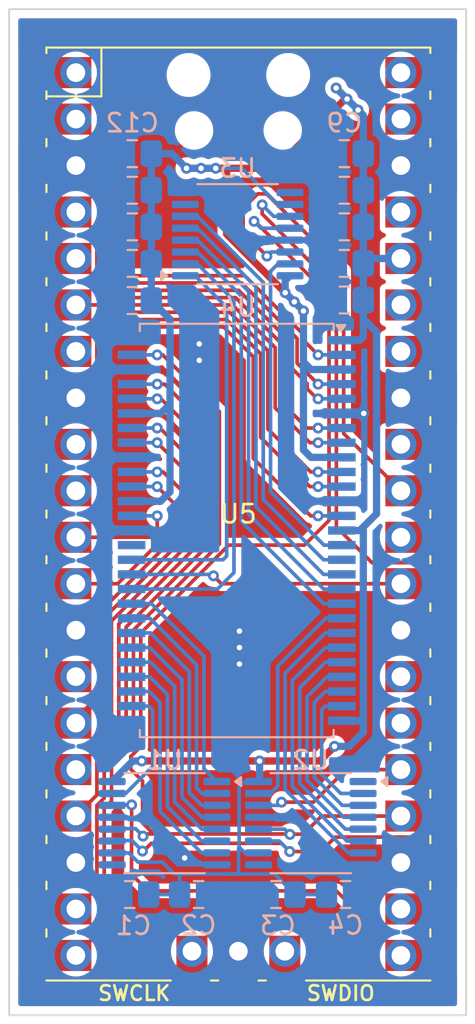
<source format=kicad_pcb>
(kicad_pcb (version 20240108) (generator "pcbnew") (generator_version "8.0")
  (layers (0 "F.Cu" signal) (31 "B.Cu" signal) (34 "B.Paste" user) (35 "F.Paste" user) (36 "B.SilkS" user "B.Silkscreen") (37 "F.SilkS" user "F.Silkscreen") (38 "B.Mask" user) (39 "F.Mask" user) (44 "Edge.Cuts" user))
  (net 0 "")
  (net 1 "+3V3")
  (net 2 "GND")
  (net 4 "/SRCLK")
  (net 5 "/RCLK")
  (net 6 "/SER1")
  (net 7 "/SER2")
  (net 8 "/SER3")
  (net 9 "Net-(U1-QA)")
  (net 10 "Net-(U1-QF)")
  (net 11 "Net-(U1-QD)")
  (net 12 "Net-(U1-QC)")
  (net 13 "Net-(U1-QG)")
  (net 14 "Net-(U1-QH)")
  (net 15 "Net-(U1-QB)")
  (net 17 "Net-(U1-QE)")
  (net 18 "Net-(U2-QF)")
  (net 19 "Net-(U2-QC)")
  (net 20 "Net-(U2-QE)")
  (net 21 "Net-(U2-QA)")
  (net 22 "Net-(U2-QD)")
  (net 24 "Net-(U2-QH)")
  (net 25 "Net-(U2-QG)")
  (net 28 "Net-(U3-QA)")
  (net 29 "Net-(U3-QB)")
  (net 30 "Net-(U3-QF)")
  (net 31 "Net-(U3-QD)")
  (net 32 "Net-(U3-QC)")
  (net 33 "Net-(U3-QG)")
  (net 34 "Net-(U3-QE)")
  (net 35 "Net-(U4-DQ0)")
  (net 36 "Net-(U4-DQ11)")
  (net 37 "Net-(U4-DQ7)")
  (net 39 "Net-(U4-DQ3)")
  (net 40 "Net-(U4-DQ5)")
  (net 41 "Net-(U4-DQ1)")
  (net 42 "Net-(U4-DQ4)")
  (net 43 "Net-(U4-DQ15)")
  (net 44 "Net-(U4-DQ9)")
  (net 45 "Net-(U4-DQ8)")
  (net 46 "Net-(U4-DQ6)")
  (net 47 "Net-(U4-DQ10)")
  (net 48 "Net-(U4-DQ2)")
  (net 49 "Net-(U4-DQ14)")
  (net 50 "Net-(U4-CLK)")
  (net 51 "Net-(U4-DQ13)")
  (net 52 "Net-(U4-DQ12)")
  (footprint "MCU_RaspberryPi_and_Boards:RPi_Pico_SMD_TH" (layer "F.Cu") (at -3.96 12.1)
    (property "Reference" "U5")
    (property "Value" "Pico")
  )
  (footprint "Capacitor_SMD:C_0805_2012Metric_Pad1.18x1.45mm_HandSolder" (layer "B.Cu") (at -6.1375 32.9)
    (property "Reference" "C2")
    (property "Value" "100n")
  )
  (footprint "Package_SO:TSSOP-16_4.4x5mm_P0.65mm" (layer "B.Cu") (at 0 29 180)
    (property "Reference" "U2")
    (property "Value" "74HC595")
  )
  (footprint "Package_SO:TSOP-II-54_22.2x10.16mm_P0.8mm" (layer "B.Cu") (at -4.05 13 180)
    (property "Reference" "U4")
    (property "Value" "MT48LC16M16A2P")
  )
  (footprint "Capacitor_SMD:C_0805_2012Metric_Pad1.18x1.45mm_HandSolder" (layer "B.Cu") (at 1.8375 -3.6 180)
    (property "Reference" "C7" (hide yes))
    (property "Value" "100n")
  )
  (footprint "Capacitor_SMD:C_0805_2012Metric_Pad1.18x1.45mm_HandSolder" (layer "B.Cu") (at -9.7625 -7.6 180)
    (property "Reference" "C12")
    (property "Value" "100n")
  )
  (footprint "Capacitor_SMD:C_0805_2012Metric_Pad1.18x1.45mm_HandSolder" (layer "B.Cu") (at 1.8375 -5.6 180)
    (property "Reference" "C8" (hide yes))
    (property "Value" "100n")
  )
  (footprint "Capacitor_SMD:C_0805_2012Metric_Pad1.18x1.45mm_HandSolder" (layer "B.Cu") (at 1.8375 -1.6 180)
    (property "Reference" "C6" (hide yes))
    (property "Value" "100n")
  )
  (footprint "Capacitor_SMD:C_0805_2012Metric_Pad1.18x1.45mm_HandSolder" (layer "B.Cu") (at -9.9 32.9 180)
    (property "Reference" "C1")
    (property "Value" "100n")
  )
  (footprint "Capacitor_SMD:C_0805_2012Metric_Pad1.18x1.45mm_HandSolder" (layer "B.Cu") (at -1.9 32.9 180)
    (property "Reference" "C3")
    (property "Value" "2.2u")
  )
  (footprint "Capacitor_SMD:C_0805_2012Metric_Pad1.18x1.45mm_HandSolder" (layer "B.Cu") (at -9.7625 0.43 180)
    (property "Reference" "C10" (hide yes))
    (property "Value" "100n")
  )
  (footprint "Package_SO:TSSOP-16_4.4x5mm_P0.65mm" (layer "B.Cu") (at -8 29 180)
    (property "Reference" "U1")
    (property "Value" "74HC595")
  )
  (footprint "Package_SO:TSSOP-16_4.4x5mm_P0.65mm" (layer "B.Cu") (at -4 -3.2)
    (property "Reference" "U3")
    (property "Value" "74HC595")
  )
  (footprint "Capacitor_SMD:C_0805_2012Metric_Pad1.18x1.45mm_HandSolder" (layer "B.Cu") (at -9.7625 -5.6 180)
    (property "Reference" "C13" (hide yes))
    (property "Value" "100n")
  )
  (footprint "Capacitor_SMD:C_0805_2012Metric_Pad1.18x1.45mm_HandSolder" (layer "B.Cu") (at 1.9 32.9)
    (property "Reference" "C4")
    (property "Value" "100n")
  )
  (footprint "Capacitor_SMD:C_0805_2012Metric_Pad1.18x1.45mm_HandSolder" (layer "B.Cu") (at -9.7625 -3.6 180)
    (property "Reference" "C14" (hide yes))
    (property "Value" "2.2u")
  )
  (footprint "Capacitor_SMD:C_0805_2012Metric_Pad1.18x1.45mm_HandSolder" (layer "B.Cu") (at -9.7625 -1.6 180)
    (property "Reference" "C11" (hide yes))
    (property "Value" "100n")
  )
  (footprint "Capacitor_SMD:C_0805_2012Metric_Pad1.18x1.45mm_HandSolder" (layer "B.Cu") (at 1.8375 0.4 180)
    (property "Reference" "C5" (hide yes))
    (property "Value" "2.2u")
  )
  (footprint "Capacitor_SMD:C_0805_2012Metric_Pad1.18x1.45mm_HandSolder" (layer "B.Cu") (at 1.8375 -7.6 180)
    (property "Reference" "C9")
    (property "Value" "100n")
  )
  (gr_rect (start -16.5 -15.5) (end 8.5 39.5) (stroke (width 0.1)) (fill none) (layer "Edge.Cuts"))
  (segment (start -5.2 -6.8) (end -4.6 -6.8) (width 0.4) (layer "F.Cu") (net 1))
  (segment (start -4.6 -3.2) (end -1.4 0) (width 0.4) (layer "F.Cu") (net 1))
  (segment (start 0.5 25.6) (end -2.8 25.6) (width 0.4) (layer "F.Cu") (net 1))
  (segment (start -5.2 -6.8) (end -1.907944 -6.8) (width 0.4) (layer "F.Cu") (net 1))
  (segment (start -1.907944 -6.8) (end 1.87915 -10.587094) (width 0.4) (layer "F.Cu") (net 1))
  (segment (start -9.245 25.6) (end -2.8 25.6) (width 0.4) (layer "F.Cu") (net 1))
  (segment (start 2.587094 -9.987094) (end 1.387094 -11.187094) (width 0.4) (layer "F.Cu") (net 1))
  (segment (start 1.87915 -10.587094) (end 1.987094 -10.587094) (width 0.4) (layer "F.Cu") (net 1))
  (segment (start -6.8 -6.8) (end -5.2 -6.8) (width 0.4) (layer "F.Cu") (net 1))
  (segment (start -4.6 -6.8) (end -4.6 -3.2) (width 0.4) (layer "F.Cu") (net 1))
  (segment (start 1.3 24.8) (end 0.5 25.6) (width 0.4) (layer "F.Cu") (net 1))
  (segment (start -1.4 0) (end -0.9 0.5) (width 0.4) (layer "F.Cu") (net 1))
  (segment (start -0.9 0.5) (end -0.4 1) (width 0.4) (layer "F.Cu") (net 1))
  (via (at -6.8 -6.8) (size 0.6) (drill 0.3) (layers "F.Cu" "B.Cu") (net 1))
  (via (at -1.4 0) (size 0.6) (drill 0.3) (layers "F.Cu" "B.Cu") (net 1))
  (via (at -5.2 -6.8) (size 0.6) (drill 0.3) (layers "F.Cu" "B.Cu") (net 1))
  (via (at 1.987094 -10.587094) (size 0.6) (drill 0.3) (layers "F.Cu" "B.Cu") (net 1))
  (via (at -0.9 0.5) (size 0.6) (drill 0.3) (layers "F.Cu" "B.Cu") (net 1))
  (via (at 1.3 24.8) (size 0.6) (drill 0.3) (layers "F.Cu" "B.Cu") (net 1))
  (via (at -6 -6.8) (size 0.6) (drill 0.3) (layers "F.Cu" "B.Cu") (net 1))
  (via (at 1.387094 -11.187094) (size 0.6) (drill 0.3) (layers "F.Cu" "B.Cu") (net 1))
  (via (at 2.587094 -9.987094) (size 0.6) (drill 0.3) (layers "F.Cu" "B.Cu") (net 1))
  (via (at -9.245 25.6) (size 0.6) (drill 0.3) (layers "F.Cu" "B.Cu") (net 1))
  (via (at -0.4 1) (size 0.6) (drill 0.3) (layers "F.Cu" "B.Cu") (net 1))
  (via (at -2.8 25.6) (size 0.6) (drill 0.3) (layers "F.Cu" "B.Cu") (net 1))
  (segment (start 0.01005 4.2) (end 1.7 4.2) (width 0.4) (layer "B.Cu") (net 1))
  (segment (start -1.4 0) (end -1.4 -0.6625) (width 0.4) (layer "B.Cu") (net 1))
  (segment (start 2.675 2.6) (end 1.7 2.6) (width 0.4) (layer "B.Cu") (net 1))
  (segment (start -7.7 10.88995) (end -8.21005 11.4) (width 0.4) (layer "B.Cu") (net 1))
  (segment (start -9.454045 31.125) (end -8.125 31.125) (width 0.2) (layer "B.Cu") (net 1))
  (segment (start 2.875 23.209) (end 2.684 23.4) (width 0.4) (layer "B.Cu") (net 1))
  (segment (start -1.9875 31.775) (end -4.7 31.775) (width 0.2) (layer "B.Cu") (net 1))
  (segment (start -1.4 -0.6625) (end -1.1375 -0.925) (width 0.4) (layer "B.Cu") (net 1))
  (segment (start 2.684 13) (end 1.7 13) (width 0.4) (layer "B.Cu") (net 1))
  (segment (start -7.1 31.775) (end -3.95 31.775) (width 0.2) (layer "B.Cu") (net 1))
  (segment (start -1.1375 -4.825) (end -1.793456 -4.825) (width 0.2) (layer "B.Cu") (net 1))
  (segment (start -2.8625 30.625) (end -3.599999 30.625) (width 0.2) (layer "B.Cu") (net 1))
  (segment (start -6.8 -6.8) (end -7.6 -7.6) (width 0.4) (layer "B.Cu") (net 1))
  (segment (start 2.875 2.4) (end 2.675 2.6) (width 0.4) (layer "B.Cu") (net 1))
  (segment (start -3.918456 30.306543) (end -3.9 30.324999) (width 0.2) (layer "B.Cu") (net 1))
  (segment (start -1.4 0) (end -0.4 1) (width 0.4) (layer "B.Cu") (net 1))
  (segment (start 2.684 23.4) (end 1.7 23.4) (width 0.4) (layer "B.Cu") (net 1))
  (segment (start -8.21005 11.4) (end -9.8 11.4) (width 0.4) (layer "B.Cu") (net 1))
  (segment (start -7.7 6.08995) (end -7.7 10.88995) (width 0.4) (layer "B.Cu") (net 1))
  (segment (start -7.6 -7.6) (end -8.725 -7.6) (width 0.4) (layer "B.Cu") (net 1))
  (segment (start -0.4 3.78995) (end 0.01005 4.2) (width 0.4) (layer "B.Cu") (net 1))
  (segment (start 2.875 1.425) (end 3.6 2.15) (width 0.4) (layer "B.Cu") (net 1))
  (segment (start -0.4 3.78995) (end -0.4 8.58995) (width 0.4) (layer "B.Cu") (net 1))
  (segment (start -7.175 31.85) (end -7.1 31.775) (width 0.2) (layer "B.Cu") (net 1))
  (segment (start 2.875 24.025) (end 2.875 23.209) (width 0.4) (layer "B.Cu") (net 1))
  (segment (start 4.93 -1.87) (end 3.145 -1.87) (width 0.4) (layer "B.Cu") (net 1))
  (segment (start -8.21005 6.6) (end -9.8 6.6) (width 0.4) (layer "B.Cu") (net 1))
  (segment (start 3.6 2.15) (end 3.6 12.084) (width 0.4) (layer "B.Cu") (net 1))
  (segment (start -9.245 25.6) (end -9.7375 25.6) (width 0.4) (layer "B.Cu") (net 1))
  (segment (start -2.8 26.6625) (end -2.8625 26.725) (width 0.4) (layer "B.Cu") (net 1))
  (segment (start -3.768456 -6.8) (end -5.2 -6.8) (width 0.2) (layer "B.Cu") (net 1))
  (segment (start -9.954045 30.625) (end -9.454045 31.125) (width 0.2) (layer "B.Cu") (net 1))
  (segment (start -3.95 31.775) (end -3.95 30.374999) (width 0.2) (layer "B.Cu") (net 1))
  (segment (start -1.793456 -4.825) (end -3.768456 -6.8) (width 0.2) (layer "B.Cu") (net 1))
  (segment (start -7.175 32.9) (end -8.8625 32.9) (width 0.2) (layer "B.Cu") (net 1))
  (segment (start -3.599999 26.725) (end -3.918456 27.043457) (width 0.2) (layer "B.Cu") (net 1))
  (segment (start -8.125 31.125) (end -7.475 31.775) (width 0.2) (layer "B.Cu") (net 1))
  (segment (start 1.3 24.8) (end 2.1 24.8) (width 0.4) (layer "B.Cu") (net 1))
  (segment (start 2.1 24.8) (end 2.875 24.025) (width 0.4) (layer "B.Cu") (net 1))
  (segment (start -10.8625 30.625) (end -9.954045 30.625) (width 0.2) (layer "B.Cu") (net 1))
  (segment (start 2.875 -9.699188) (end 2.587094 -9.987094) (width 0.4) (layer "B.Cu") (net 1))
  (segment (start -0.8625 32.9) (end -1.9875 31.775) (width 0.2) (layer "B.Cu") (net 1))
  (segment (start -6 -6.8) (end -5.2 -6.8) (width 0.4) (layer "B.Cu") (net 1))
  (segment (start 3.6 12.084) (end 2.875 12.809) (width 0.4) (layer "B.Cu") (net 1))
  (segment (start -3.95 30.374999) (end -3.9 30.324999) (width 0.2) (layer "B.Cu") (net 1))
  (segment (start 2.875 12.809) (end 2.875 23.209) (width 0.4) (layer "B.Cu") (net 1))
  (segment (start 2.587094 -9.987094) (end 1.987094 -10.587094) (width 0.4) (layer "B.Cu") (net 1))
  (segment (start -7.7 6.08995) (end -8.21005 6.6) (width 0.4) (layer "B.Cu") (net 1))
  (segment (start 2.875 1.425) (end 2.875 2.4) (width 0.4) (layer "B.Cu") (net 1))
  (segment (start 0.01005 9) (end 1.7 9) (width 0.4) (layer "B.Cu") (net 1))
  (segment (start -0.4 1) (end -0.4 3.78995) (width 0.4) (layer "B.Cu") (net 1))
  (segment (start -0.8625 32.9) (end 0.8625 32.9) (width 0.2) (layer "B.Cu") (net 1))
  (segment (start -9.7375 25.6) (end -10.8625 26.725) (width 0.4) (layer "B.Cu") (net 1))
  (segment (start 2.875 12.809) (end 2.684 13) (width 0.4) (layer "B.Cu") (net 1))
  (segment (start 1.987094 -10.587094) (end 1.387094 -11.187094) (width 0.4) (layer "B.Cu") (net 1))
  (segment (start 2.875 0.4) (end 2.875 -7.6) (width 0.4) (layer "B.Cu") (net 1))
  (segment (start -7.7 1.455) (end -7.7 6.08995) (width 0.4) (layer "B.Cu") (net 1))
  (segment (start -3.918456 27.043457) (end -3.918456 30.306543) (width 0.2) (layer "B.Cu") (net 1))
  (segment (start -3.599999 30.625) (end -3.9 30.324999) (width 0.2) (layer "B.Cu") (net 1))
  (segment (start -6.8 -6.8) (end -6 -6.8) (width 0.4) (layer "B.Cu") (net 1))
  (segment (start 2.875 -7.6) (end 2.875 -9.699188) (width 0.4) (layer "B.Cu") (net 1))
  (segment (start -2.8 25.6) (end -2.8 26.6625) (width 0.4) (layer "B.Cu") (net 1))
  (segment (start 3.145 -1.87) (end 2.875 -1.6) (width 0.4) (layer "B.Cu") (net 1))
  (segment (start -0.4 8.58995) (end 0.01005 9) (width 0.4) (layer "B.Cu") (net 1))
  (segment (start -8.725 0.43) (end -7.7 1.455) (width 0.4) (layer "B.Cu") (net 1))
  (segment (start -7.475 31.775) (end -7.1 31.775) (width 0.2) (layer "B.Cu") (net 1))
  (segment (start -8.725 0.43) (end -8.725 -7.6) (width 0.4) (layer "B.Cu") (net 1))
  (segment (start -2.8625 26.725) (end -3.599999 26.725) (width 0.2) (layer "B.Cu") (net 1))
  (segment (start -7.175 32.9) (end -7.175 31.85) (width 0.2) (layer "B.Cu") (net 1))
  (segment (start 2.875 0.4) (end 2.875 1.425) (width 0.4) (layer "B.Cu") (net 1))
  (via (at -3.9 20.3) (size 0.6) (drill 0.3) (layers "F.Cu" "B.Cu") (net 2))
  (via (at -6.9 30.9) (size 0.6) (drill 0.3) (layers "F.Cu" "B.Cu") (net 2))
  (via (at -6.1 3.7) (size 0.6) (drill 0.3) (layers "F.Cu" "B.Cu") (net 2))
  (via (at -6.1 2.8) (size 0.6) (drill 0.3) (layers "F.Cu" "B.Cu") (net 2))
  (via (at -3.9 19.4) (size 0.6) (drill 0.3) (layers "F.Cu" "B.Cu") (net 2))
  (via (at 2.9 6.6) (size 0.6) (drill 0.3) (layers "F.Cu" "B.Cu") (net 2))
  (via (at -3.9 18.5) (size 0.6) (drill 0.3) (layers "F.Cu" "B.Cu") (net 2))
  (segment (start -1.1375 -2.875) (end -0.481544 -2.875) (width 0.2) (layer "B.Cu") (net 2))
  (segment (start -2.8625 28.675) (end -3.518456 28.675) (width 0.2) (layer "B.Cu") (net 2))
  (segment (start 4.93 20.99) (end 7.87 20.99) (width 0.2) (layer "F.Cu") (net 4))
  (segment (start 1.4 12.81) (end 3.35 14.76) (width 0.2) (layer "F.Cu") (net 4))
  (segment (start -2.658493 -4.307022) (end 1.4 -0.248529) (width 0.2) (layer "F.Cu") (net 4))
  (segment (start 7.88 14.76) (end 7.88 21) (width 0.2) (layer "F.Cu") (net 4))
  (segment (start 7.88 29.76) (end 7.88 21) (width 0.2) (layer "F.Cu") (net 4))
  (segment (start 0.55 30.55) (end 1.34 29.76) (width 0.2) (layer "F.Cu") (net 4))
  (segment (start 1.4 -0.248529) (end 1.4 12.81) (width 0.2) (layer "F.Cu") (net 4))
  (segment (start -1.15 30.55) (end 0.55 30.55) (width 0.2) (layer "F.Cu") (net 4))
  (segment (start 3.35 14.76) (end 7.88 14.76) (width 0.2) (layer "F.Cu") (net 4))
  (segment (start -9.143492 30.525) (end -9.205516 30.525) (width 0.2) (layer "F.Cu") (net 4))
  (segment (start 7.87 20.99) (end 7.88 21) (width 0.2) (layer "F.Cu") (net 4))
  (segment (start -1.15 30.55) (end -1.6 30.1) (width 0.2) (layer "F.Cu") (net 4))
  (segment (start -8.718492 30.1) (end -9.143492 30.525) (width 0.2) (layer "F.Cu") (net 4))
  (segment (start -2.658493 -4.8) (end -2.658493 -4.307022) (width 0.2) (layer "F.Cu") (net 4))
  (segment (start 1.34 29.76) (end 7.88 29.76) (width 0.2) (layer "F.Cu") (net 4))
  (segment (start -1.6 30.1) (end -8.718492 30.1) (width 0.2) (layer "F.Cu") (net 4))
  (via (at -2.658493 -4.8) (size 0.6) (drill 0.3) (layers "F.Cu" "B.Cu") (net 4))
  (via (at -1.15 30.55) (size 0.6) (drill 0.3) (layers "F.Cu" "B.Cu") (net 4))
  (via (at -9.205516 30.525) (size 0.6) (drill 0.3) (layers "F.Cu" "B.Cu") (net 4))
  (segment (start -1.725 29.975) (end -2.8625 29.975) (width 0.2) (layer "B.Cu") (net 4))
  (segment (start -2.033493 -4.175) (end -1.1375 -4.175) (width 0.2) (layer "B.Cu") (net 4))
  (segment (start -1.15 30.55) (end -1.725 29.975) (width 0.2) (layer "B.Cu") (net 4))
  (segment (start -9.205516 30.525) (end -9.780516 29.95) (width 0.2) (layer "B.Cu") (net 4))
  (segment (start -9.780516 29.95) (end -10.918016 29.95) (width 0.2) (layer "B.Cu") (net 4))
  (segment (start -2.658493 -4.8) (end -2.033493 -4.175) (width 0.2) (layer "B.Cu") (net 4))
  (segment (start 1 12.448529) (end -0.351471 13.8) (width 0.2) (layer "F.Cu") (net 5))
  (segment (start -9.3 18.60833) (end -9.3 24.806471) (width 0.2) (layer "F.Cu") (net 5))
  (segment (start -0.4 29.6) (end -1.124265 29.6) (width 0.2) (layer "F.Cu") (net 5))
  (segment (start -9.2 28.988602) (end -8.605516 29.583086) (width 0.2) (layer "F.Cu") (net 5))
  (segment (start -9.3 24.806471) (end -9.845 25.351471) (width 0.2) (layer "F.Cu") (net 5))
  (segment (start -3.052894 -3.901423) (end 1 0.151471) (width 0.2) (layer "F.Cu") (net 5))
  (segment (start 0.59 28.61) (end -0.4 29.6) (width 0.2) (layer "F.Cu") (net 5))
  (segment (start 4.93 28.61) (end 0.59 28.61) (width 0.2) (layer "F.Cu") (net 5))
  (segment (start 1 0.151471) (end 1 12.448529) (width 0.2) (layer "F.Cu") (net 5))
  (segment (start -9.2 26.7) (end -9.2 28.988602) (width 0.2) (layer "F.Cu") (net 5))
  (segment (start -9.845 26.055) (end -9.2 26.7) (width 0.2) (layer "F.Cu") (net 5))
  (segment (start -9.174504 29.707483) (end -9.055623 29.588602) (width 0.2) (layer "F.Cu") (net 5))
  (segment (start -9.845 25.351471) (end -9.845 26.055) (width 0.2) (layer "F.Cu") (net 5))
  (segment (start -0.351471 13.8) (end -4.49167 13.8) (width 0.2) (layer "F.Cu") (net 5))
  (segment (start -9.055623 29.588602) (end -1.162867 29.588602) (width 0.2) (layer "F.Cu") (net 5))
  (segment (start -1.162867 29.588602) (end -1.137867 29.613602) (width 0.2) (layer "F.Cu") (net 5))
  (segment (start -4.49167 13.8) (end -9.3 18.60833) (width 0.2) (layer "F.Cu") (net 5))
  (segment (start -3.100635 -3.901423) (end -3.052894 -3.901423) (width 0.2) (layer "F.Cu") (net 5))
  (segment (start -1.124265 29.6) (end -1.137867 29.613602) (width 0.2) (layer "F.Cu") (net 5))
  (via (at -1.137867 29.613602) (size 0.6) (drill 0.3) (layers "F.Cu" "B.Cu") (net 5))
  (via (at -3.100635 -3.901423) (size 0.6) (drill 0.3) (layers "F.Cu" "B.Cu") (net 5))
  (via (at -9.174504 29.707483) (size 0.6) (drill 0.3) (layers "F.Cu" "B.Cu") (net 5))
  (segment (start -1.426469 29.325) (end -2.8625 29.325) (width 0.2) (layer "B.Cu") (net 5))
  (segment (start -1.137867 29.613602) (end -1.426469 29.325) (width 0.2) (layer "B.Cu") (net 5))
  (segment (start -3.100635 -3.901423) (end -2.724212 -3.525) (width 0.2) (layer "B.Cu") (net 5))
  (segment (start -9.581987 29.3) (end -10.918016 29.3) (width 0.2) (layer "B.Cu") (net 5))
  (segment (start -9.174504 29.707483) (end -9.581987 29.3) (width 0.2) (layer "B.Cu") (net 5))
  (segment (start -2.724212 -3.525) (end -1.1375 -3.525) (width 0.2) (layer "B.Cu") (net 5))
  (segment (start -9.8 28) (end -9.8 29.48445) (width 0.2) (layer "F.Cu") (net 6))
  (segment (start -9.805516 31.794484) (end -8.9 32.7) (width 0.2) (layer "F.Cu") (net 6))
  (segment (start 1.4 32.7) (end 4.93 36.23) (width 0.2) (layer "F.Cu") (net 6))
  (segment (start -9.8 29.48445) (end -9.805516 29.489966) (width 0.2) (layer "F.Cu") (net 6))
  (segment (start -8.9 32.7) (end 1.4 32.7) (width 0.2) (layer "F.Cu") (net 6))
  (segment (start -9.805516 29.489966) (end -9.805516 31.794484) (width 0.2) (layer "F.Cu") (net 6))
  (via (at -9.8 28) (size 0.6) (drill 0.3) (layers "F.Cu" "B.Cu") (net 6))
  (segment (start -9.8 28) (end -10.918016 28) (width 0.2) (layer "B.Cu") (net 6))
  (segment (start 0.15 27.85) (end 1.93 26.07) (width 0.2) (layer "F.Cu") (net 7))
  (segment (start -1.6 27.85) (end 0.15 27.85) (width 0.2) (layer "F.Cu") (net 7))
  (segment (start 1.93 26.07) (end 4.93 26.07) (width 0.2) (layer "F.Cu") (net 7))
  (via (at -1.6 27.85) (size 0.6) (drill 0.3) (layers "F.Cu" "B.Cu") (net 7))
  (segment (start -1.775 28.025) (end -2.8625 28.025) (width 0.2) (layer "B.Cu") (net 7))
  (segment (start -1.6 27.85) (end -1.775 28.025) (width 0.2) (layer "B.Cu") (net 7))
  (segment (start -2.907022 -5.4) (end -2.409964 -5.4) (width 0.2) (layer "F.Cu") (net 8))
  (segment (start -2.4 -2) (end -3.700635 -3.300635) (width 0.2) (layer "F.Cu") (net 8))
  (segment (start -3.700635 -3.300635) (end -3.700635 -4.606387) (width 0.2) (layer "F.Cu") (net 8))
  (segment (start -2.409964 -5.4) (end 1.8 -1.190036) (width 0.2) (layer "F.Cu") (net 8))
  (segment (start 1.8 -1.190036) (end 1.8 7.7) (width 0.2) (layer "F.Cu") (net 8))
  (segment (start 1.8 7.7) (end 4.93 10.83) (width 0.2) (layer "F.Cu") (net 8))
  (segment (start -3.700635 -4.606387) (end -2.907022 -5.4) (width 0.2) (layer "F.Cu") (net 8))
  (via (at -2.4 -2) (size 0.6) (drill 0.3) (layers "F.Cu" "B.Cu") (net 8))
  (segment (start -2.4 -2) (end -2.175 -2.225) (width 0.2) (layer "B.Cu") (net 8))
  (segment (start -2.175 -2.225) (end -1.1375 -2.225) (width 0.2) (layer "B.Cu") (net 8))
  (segment (start -8.645 22.8115) (end -8.645 25.893529) (width 0.2) (layer "B.Cu") (net 9))
  (segment (start -8.645 25.893529) (end -10.126471 27.375) (width 0.2) (layer "B.Cu") (net 9))
  (segment (start -8.645 22.8115) (end -8.8565 22.6) (width 0.2) (layer "B.Cu") (net 9))
  (segment (start -10.126471 27.375) (end -10.8625 27.375) (width 0.2) (layer "B.Cu") (net 9))
  (segment (start -8.8565 22.6) (end -9.7 22.6) (width 0.2) (layer "B.Cu") (net 9))
  (segment (start -5.962084 29.325) (end -5.1375 29.325) (width 0.2) (layer "B.Cu") (net 10))
  (segment (start -8.763817 20.2) (end -7.445 21.518817) (width 0.2) (layer "B.Cu") (net 10))
  (segment (start -7.445 21.518817) (end -7.445 27.842084) (width 0.2) (layer "B.Cu") (net 10))
  (segment (start -7.445 27.842084) (end -5.962084 29.325) (width 0.2) (layer "B.Cu") (net 10))
  (segment (start -9.7 20.2) (end -8.763817 20.2) (width 0.2) (layer "B.Cu") (net 10))
  (segment (start -8.76377 18.6) (end -9.7 18.6) (width 0.2) (layer "B.Cu") (net 11))
  (segment (start -5.959313 28.025) (end -6.645 27.339313) (width 0.2) (layer "B.Cu") (net 11))
  (segment (start -5.1375 28.025) (end -5.959313 28.025) (width 0.2) (layer "B.Cu") (net 11))
  (segment (start -6.645 20.71877) (end -8.76377 18.6) (width 0.2) (layer "B.Cu") (net 11))
  (segment (start -6.645 27.339313) (end -6.645 20.71877) (width 0.2) (layer "B.Cu") (net 11))
  (segment (start -6.245 20.355) (end -8.8 17.8) (width 0.2) (layer "B.Cu") (net 12))
  (segment (start -6.245 27.08) (end -6.245 20.355) (width 0.2) (layer "B.Cu") (net 12))
  (segment (start -8.8 17.8) (end -9.7 17.8) (width 0.2) (layer "B.Cu") (net 12))
  (segment (start -5.1375 27.375) (end -5.95 27.375) (width 0.2) (layer "B.Cu") (net 12))
  (segment (start -5.95 27.375) (end -6.245 27.08) (width 0.2) (layer "B.Cu") (net 12))
  (segment (start -5.1375 29.975) (end -5.963193 29.975) (width 0.2) (layer "B.Cu") (net 13))
  (segment (start -7.845 21.955) (end -8.8 21) (width 0.2) (layer "B.Cu") (net 13))
  (segment (start -8.8 21) (end -9.7 21) (width 0.2) (layer "B.Cu") (net 13))
  (segment (start -5.963193 29.975) (end -7.845 28.093193) (width 0.2) (layer "B.Cu") (net 13))
  (segment (start -7.845 28.093193) (end -7.845 21.955) (width 0.2) (layer "B.Cu") (net 13))
  (segment (start -8.245 28.355) (end -8.245 22.4) (width 0.2) (layer "B.Cu") (net 14))
  (segment (start -8.245 22.4) (end -8.845 21.8) (width 0.2) (layer "B.Cu") (net 14))
  (segment (start -8.845 21.8) (end -9.7 21.8) (width 0.2) (layer "B.Cu") (net 14))
  (segment (start -5.975 30.625) (end -8.245 28.355) (width 0.2) (layer "B.Cu") (net 14))
  (segment (start -5.1375 30.625) (end -5.975 30.625) (width 0.2) (layer "B.Cu") (net 14))
  (segment (start -5.1375 26.725) (end -5.845 26.0175) (width 0.2) (layer "B.Cu") (net 15))
  (segment (start -5.845 19.873355) (end -8.718355 17) (width 0.2) (layer "B.Cu") (net 15))
  (segment (start -8.718355 17) (end -9.7 17) (width 0.2) (layer "B.Cu") (net 15))
  (segment (start -5.845 26.0175) (end -5.845 19.873355) (width 0.2) (layer "B.Cu") (net 15))
  (segment (start -7.045 27.58) (end -7.045 21.154065) (width 0.2) (layer "B.Cu") (net 17))
  (segment (start -5.1375 28.675) (end -5.95 28.675) (width 0.2) (layer "B.Cu") (net 17))
  (segment (start -8.799065 19.4) (end -9.7 19.4) (width 0.2) (layer "B.Cu") (net 17))
  (segment (start -7.045 21.154065) (end -8.799065 19.4) (width 0.2) (layer "B.Cu") (net 17))
  (segment (start -5.95 28.675) (end -7.045 27.58) (width 0.2) (layer "B.Cu") (net 17))
  (segment (start 1.8929 29.325) (end -0.604924 26.827176) (width 0.2) (layer "B.Cu") (net 18))
  (segment (start -0.604924 26.827176) (end -0.604924 21.599924) (width 0.2) (layer "B.Cu") (net 18))
  (segment (start 0.795 20.2) (end 1.75 20.2) (width 0.2) (layer "B.Cu") (net 18))
  (segment (start -0.604924 21.599924) (end 0.795 20.2) (width 0.2) (layer "B.Cu") (net 18))
  (segment (start 2.8625 29.325) (end 1.8929 29.325) (width 0.2) (layer "B.Cu") (net 18))
  (segment (start 0.595076 26.330118) (end 0.595076 22.799924) (width 0.2) (layer "B.Cu") (net 19))
  (segment (start 0.795 22.6) (end 1.75 22.6) (width 0.2) (layer "B.Cu") (net 19))
  (segment (start 1.639958 27.375) (end 0.595076 26.330118) (width 0.2) (layer "B.Cu") (net 19))
  (segment (start 0.595076 22.799924) (end 0.795 22.6) (width 0.2) (layer "B.Cu") (net 19))
  (segment (start 2.8625 27.375) (end 1.639958 27.375) (width 0.2) (layer "B.Cu") (net 19))
  (segment (start -0.204924 26.66149) (end -0.204924 22.090489) (width 0.2) (layer "B.Cu") (net 20))
  (segment (start -0.204924 22.090489) (end 0.885565 21) (width 0.2) (layer "B.Cu") (net 20))
  (segment (start 2.8625 28.675) (end 1.808586 28.675) (width 0.2) (layer "B.Cu") (net 20))
  (segment (start 0.885565 21) (end 1.75 21) (width 0.2) (layer "B.Cu") (net 20))
  (segment (start 1.808586 28.675) (end -0.204924 26.66149) (width 0.2) (layer "B.Cu") (net 20))
  (segment (start 0.817158 17.8) (end 1.75 17.8) (width 0.2) (layer "B.Cu") (net 21))
  (segment (start -1.804924 26.97338) (end -1.804924 20.422082) (width 0.2) (layer "B.Cu") (net 21))
  (segment (start -2.8625 27.375) (end -2.206544 27.375) (width 0.2) (layer "B.Cu") (net 21))
  (segment (start -1.804924 20.422082) (end 0.817158 17.8) (width 0.2) (layer "B.Cu") (net 21))
  (segment (start -2.206544 27.375) (end -1.804924 26.97338) (width 0.2) (layer "B.Cu") (net 21))
  (segment (start 1.724272 28.025) (end 0.195076 26.495804) (width 0.2) (layer "B.Cu") (net 22))
  (segment (start 0.195076 22.399924) (end 0.795 21.8) (width 0.2) (layer "B.Cu") (net 22))
  (segment (start 0.195076 26.495804) (end 0.195076 22.399924) (width 0.2) (layer "B.Cu") (net 22))
  (segment (start 2.8625 28.025) (end 1.724272 28.025) (width 0.2) (layer "B.Cu") (net 22))
  (segment (start 0.795 21.8) (end 1.75 21.8) (width 0.2) (layer "B.Cu") (net 22))
  (segment (start -1.414665 27.148807) (end -1.404924 27.139066) (width 0.2) (layer "B.Cu") (net 24))
  (segment (start 0.800002 18.6) (end 1.75 18.6) (width 0.2) (layer "B.Cu") (net 24))
  (segment (start -1.404924 27.139066) (end -1.404924 20.804926) (width 0.2) (layer "B.Cu") (net 24))
  (segment (start 2.8625 30.625) (end 2.8375 30.6) (width 0.2) (layer "B.Cu") (net 24))
  (segment (start 2.036528 30.6) (end -1.414665 27.148807) (width 0.2) (layer "B.Cu") (net 24))
  (segment (start 2.8375 30.6) (end 2.036528 30.6) (width 0.2) (layer "B.Cu") (net 24))
  (segment (start -1.404924 20.804926) (end 0.800002 18.6) (width 0.2) (layer "B.Cu") (net 24))
  (segment (start -1.004924 21.199924) (end 0.795 19.4) (width 0.2) (layer "B.Cu") (net 25))
  (segment (start 1.977214 29.975) (end -1.004924 26.992862) (width 0.2) (layer "B.Cu") (net 25))
  (segment (start 0.795 19.4) (end 1.75 19.4) (width 0.2) (layer "B.Cu") (net 25))
  (segment (start -1.004924 26.992862) (end -1.004924 21.199924) (width 0.2) (layer "B.Cu") (net 25))
  (segment (start 2.8625 29.975) (end 1.977214 29.975) (width 0.2) (layer "B.Cu") (net 25))
  (segment (start 1.75 13.8) (end 0.725 13.8) (width 0.2) (layer "B.Cu") (net 28))
  (segment (start -2.2 -1.168456) (end -1.793456 -1.575) (width 0.2) (layer "B.Cu") (net 28))
  (segment (start -2.2 10.875) (end -2.2 -1.168456) (width 0.2) (layer "B.Cu") (net 28))
  (segment (start 0.725 13.8) (end -2.2 10.875) (width 0.2) (layer "B.Cu") (net 28))
  (segment (start -1.793456 -1.575) (end -1.1375 -1.575) (width 0.2) (layer "B.Cu") (net 28))
  (segment (start -9.75 14.6) (end -4.8 14.6) (width 0.2) (layer "B.Cu") (net 29))
  (segment (start -4.6 0.8) (end -6.325 -0.925) (width 0.2) (layer "B.Cu") (net 29))
  (segment (start -4.8 14.6) (end -4.6 14.4) (width 0.2) (layer "B.Cu") (net 29))
  (segment (start -4.6 14.4) (end -4.6 0.8) (width 0.2) (layer "B.Cu") (net 29))
  (segment (start -6.325 -0.925) (end -6.8625 -0.925) (width 0.2) (layer "B.Cu") (net 29))
  (segment (start -3 11.7) (end -3 -0.318456) (width 0.2) (layer "B.Cu") (net 30))
  (segment (start -6.206544 -3.525) (end -6.8625 -3.525) (width 0.2) (layer "B.Cu") (net 30))
  (segment (start -3 -0.318456) (end -6.206544 -3.525) (width 0.2) (layer "B.Cu") (net 30))
  (segment (start 0.7 15.4) (end -3 11.7) (width 0.2) (layer "B.Cu") (net 30))
  (segment (start 1.75 15.4) (end 0.7 15.4) (width 0.2) (layer "B.Cu") (net 30))
  (segment (start 0.7 17) (end -3.8 12.5) (width 0.2) (layer "B.Cu") (net 31))
  (segment (start 1.75 17) (end 0.7 17) (width 0.2) (layer "B.Cu") (net 31))
  (segment (start -6.206544 -2.225) (end -6.8625 -2.225) (width 0.2) (layer "B.Cu") (net 31))
  (segment (start -3.8 0.181544) (end -6.206544 -2.225) (width 0.2) (layer "B.Cu") (net 31))
  (segment (start -3.8 12.5) (end -3.8 0.181544) (width 0.2) (layer "B.Cu") (net 31))
  (segment (start -4.2 15.3) (end -4.2 0.431544) (width 0.2) (layer "B.Cu") (net 32))
  (segment (start -9.75 16.2) (end -5.1 16.2) (width 0.2) (layer "B.Cu") (net 32))
  (segment (start -4.2 0.431544) (end -6.206544 -1.575) (width 0.2) (layer "B.Cu") (net 32))
  (segment (start -6.206544 -1.575) (end -6.8625 -1.575) (width 0.2) (layer "B.Cu") (net 32))
  (segment (start -5.1 16.2) (end -4.2 15.3) (width 0.2) (layer "B.Cu") (net 32))
  (segment (start -2.6 11.3) (end -2.6 -0.568456) (width 0.2) (layer "B.Cu") (net 33))
  (segment (start -6.206544 -4.175) (end -6.8625 -4.175) (width 0.2) (layer "B.Cu") (net 33))
  (segment (start 1.75 14.6) (end 0.7 14.6) (width 0.2) (layer "B.Cu") (net 33))
  (segment (start 0.7 14.6) (end -2.6 11.3) (width 0.2) (layer "B.Cu") (net 33))
  (segment (start -2.6 -0.568456) (end -6.206544 -4.175) (width 0.2) (layer "B.Cu") (net 33))
  (segment (start 1.75 16.2) (end 0.7 16.2) (width 0.2) (layer "B.Cu") (net 34))
  (segment (start -3.4 -0.068456) (end -6.206544 -2.875) (width 0.2) (layer "B.Cu") (net 34))
  (segment (start -3.4 12.1) (end -3.4 -0.068456) (width 0.2) (layer "B.Cu") (net 34))
  (segment (start -6.206544 -2.875) (end -6.8625 -2.875) (width 0.2) (layer "B.Cu") (net 34))
  (segment (start 0.7 16.2) (end -3.4 12.1) (width 0.2) (layer "B.Cu") (net 34))
  (segment (start -0.581994 2.102942) (end -3.484936 -0.8) (width 0.2) (layer "F.Cu") (net 35))
  (segment (start -3.484936 -0.8) (end -3.614935 -0.93) (width 0.2) (layer "F.Cu") (net 35))
  (segment (start -10.9 -10.08) (end -12.85 -12.03) (width 0.2) (layer "F.Cu") (net 35))
  (segment (start -0.347679 2.337256) (end -0.581994 2.102942) (width 0.2) (layer "F.Cu") (net 35))
  (segment (start -10.212942 -0.93) (end -10.9 -1.617058) (width 0.2) (layer "F.Cu") (net 35))
  (segment (start -10.9 -1.617058) (end -10.9 -10.08) (width 0.2) (layer "F.Cu") (net 35))
  (segment (start 0.4 3.4) (end -0.347679 2.652321) (width 0.2) (layer "F.Cu") (net 35))
  (segment (start -3.614935 -0.93) (end -10.212942 -0.93) (width 0.2) (layer "F.Cu") (net 35))
  (segment (start -0.347679 2.652321) (end -0.347679 2.337256) (width 0.2) (layer "F.Cu") (net 35))
  (via (at 0.4 3.4) (size 0.6) (drill 0.3) (layers "F.Cu" "B.Cu") (net 35))
  (segment (start 1.75 3.4) (end 0.4 3.4) (width 0.2) (layer "B.Cu") (net 35))
  (segment (start -12.85 23.29) (end -12.85 23.53) (width 0.2) (layer "F.Cu") (net 36))
  (segment (start -8.090099 14.57) (end -11.065685 17.545587) (width 0.2) (layer "F.Cu") (net 36))
  (segment (start -11.065685 17.545587) (end -11.3 17.779901) (width 0.2) (layer "F.Cu") (net 36))
  (segment (start -6.6 10) (end -6.6 13.079901) (width 0.2) (layer "F.Cu") (net 36))
  (segment (start -11.3 21.74) (end -12.85 23.29) (width 0.2) (layer "F.Cu") (net 36))
  (segment (start -8.4 8.2) (end -6.6 10) (width 0.2) (layer "F.Cu") (net 36))
  (segment (start -6.6 13.079901) (end -8.090099 14.57) (width 0.2) (layer "F.Cu") (net 36))
  (segment (start -11.3 17.779901) (end -11.3 21.74) (width 0.2) (layer "F.Cu") (net 36))
  (via (at -8.4 8.2) (size 0.6) (drill 0.3) (layers "F.Cu" "B.Cu") (net 36))
  (segment (start -8.4 8.2) (end -9.75 8.2) (width 0.2) (layer "B.Cu") (net 36))
  (segment (start -11.3 9.28) (end -12.85 10.83) (width 0.2) (layer "F.Cu") (net 37))
  (segment (start -3.147679 9.052321) (end -3.147679 3.497058) (width 0.2) (layer "F.Cu") (net 37))
  (segment (start 0.4 12.2) (end 0 12.2) (width 0.2) (layer "F.Cu") (net 37))
  (segment (start -11.3 2.791372) (end -11.3 9.28) (width 0.2) (layer "F.Cu") (net 37))
  (segment (start -3.147679 3.497058) (end -4.774737 1.87) (width 0.2) (layer "F.Cu") (net 37))
  (segment (start 0 12.2) (end -3.147679 9.052321) (width 0.2) (layer "F.Cu") (net 37))
  (segment (start -4.774737 1.87) (end -10.378628 1.87) (width 0.2) (layer "F.Cu") (net 37))
  (segment (start -10.378628 1.87) (end -11.3 2.791372) (width 0.2) (layer "F.Cu") (net 37))
  (via (at 0.4 12.2) (size 0.6) (drill 0.3) (layers "F.Cu" "B.Cu") (net 37))
  (segment (start 1.75 12.2) (end 0.4 12.2) (width 0.2) (layer "B.Cu") (net 37))
  (segment (start -1.547679 2.834314) (end -4.111993 0.27) (width 0.2) (layer "F.Cu") (net 39))
  (segment (start -0.2 7.4) (end -1.547679 6.052321) (width 0.2) (layer "F.Cu") (net 39))
  (segment (start -1.547679 6.052321) (end -1.547679 2.834314) (width 0.2) (layer "F.Cu") (net 39))
  (segment (start -10.71 0.27) (end -12.85 -1.87) (width 0.2) (layer "F.Cu") (net 39))
  (segment (start -4.111993 0.27) (end -10.71 0.27) (width 0.2) (layer "F.Cu") (net 39))
  (segment (start 0.4 7.4) (end -0.2 7.4) (width 0.2) (layer "F.Cu") (net 39))
  (via (at 0.4 7.4) (size 0.6) (drill 0.3) (layers "F.Cu" "B.Cu") (net 39))
  (segment (start 1.75 7.4) (end 0.4 7.4) (width 0.2) (layer "B.Cu") (net 39))
  (segment (start -10.71 1.07) (end -12.85 3.21) (width 0.2) (layer "F.Cu") (net 40))
  (segment (start 0.4 9.8) (end 0 9.8) (width 0.2) (layer "F.Cu") (net 40))
  (segment (start -2.347679 7.452321) (end -2.347679 3.165686) (width 0.2) (layer "F.Cu") (net 40))
  (segment (start -4.443365 1.07) (end -10.71 1.07) (width 0.2) (layer "F.Cu") (net 40))
  (segment (start 0 9.8) (end -2.347679 7.452321) (width 0.2) (layer "F.Cu") (net 40))
  (segment (start -2.347679 3.165686) (end -4.443365 1.07) (width 0.2) (layer "F.Cu") (net 40))
  (via (at 0.4 9.8) (size 0.6) (drill 0.3) (layers "F.Cu" "B.Cu") (net 40))
  (segment (start 1.75 9.8) (end 0.4 9.8) (width 0.2) (layer "B.Cu") (net 40))
  (segment (start -10.378628 -0.53) (end -11.3 -1.451372) (width 0.2) (layer "F.Cu") (net 41))
  (segment (start -11.3 -7.94) (end -12.85 -9.49) (width 0.2) (layer "F.Cu") (net 41))
  (segment (start -3.780621 -0.53) (end -10.378628 -0.53) (width 0.2) (layer "F.Cu") (net 41))
  (segment (start -11.3 -1.451372) (end -11.3 -7.94) (width 0.2) (layer "F.Cu") (net 41))
  (segment (start -0.747679 3.852321) (end -0.747679 2.502942) (width 0.2) (layer "F.Cu") (net 41))
  (segment (start 0.4 5) (end -0.747679 3.852321) (width 0.2) (layer "F.Cu") (net 41))
  (segment (start -0.747679 2.502942) (end -3.780621 -0.53) (width 0.2) (layer "F.Cu") (net 41))
  (via (at 0.4 5) (size 0.6) (drill 0.3) (layers "F.Cu" "B.Cu") (net 41))
  (segment (start 1.75 5) (end 0.4 5) (width 0.2) (layer "B.Cu") (net 41))
  (segment (start 0.4 8.2) (end -0.048529 8.2) (width 0.2) (layer "F.Cu") (net 42))
  (segment (start -1.947679 3) (end -4.277679 0.67) (width 0.2) (layer "F.Cu") (net 42))
  (segment (start -1.947679 6.30085) (end -1.947679 3) (width 0.2) (layer "F.Cu") (net 42))
  (segment (start -0.048529 8.2) (end -1.947679 6.30085) (width 0.2) (layer "F.Cu") (net 42))
  (segment (start -4.277679 0.67) (end -12.85 0.67) (width 0.2) (layer "F.Cu") (net 42))
  (via (at 0.4 8.2) (size 0.6) (drill 0.3) (layers "F.Cu" "B.Cu") (net 42))
  (segment (start 1.75 8.2) (end 0.4 8.2) (width 0.2) (layer "B.Cu") (net 42))
  (segment (start -10.9 25.817058) (end -10.9 27.791372) (width 0.2) (layer "F.Cu") (net 43))
  (segment (start -5 13.742645) (end -7.193041 15.935685) (width 0.2) (layer "F.Cu") (net 43))
  (segment (start -9.7 24.617058) (end -10.9 25.817058) (width 0.2) (layer "F.Cu") (net 43))
  (segment (start -5 6.5) (end -5 13.742645) (width 0.2) (layer "F.Cu") (net 43))
  (segment (start -10.9 27.791372) (end -11.3 28.191372) (width 0.2) (layer "F.Cu") (net 43))
  (segment (start -8.1 3.4) (end -5 6.5) (width 0.2) (layer "F.Cu") (net 43))
  (segment (start -8.4 3.4) (end -8.1 3.4) (width 0.2) (layer "F.Cu") (net 43))
  (segment (start -11.3 28.191372) (end -11.3 34.68) (width 0.2) (layer "F.Cu") (net 43))
  (segment (start -7.193041 15.935685) (end -9.7 18.442644) (width 0.2) (layer "F.Cu") (net 43))
  (segment (start -11.3 34.68) (end -12.85 36.23) (width 0.2) (layer "F.Cu") (net 43))
  (segment (start -9.7 18.442644) (end -9.7 24.617058) (width 0.2) (layer "F.Cu") (net 43))
  (via (at -8.4 3.4) (size 0.6) (drill 0.3) (layers "F.Cu" "B.Cu") (net 43))
  (segment (start -8.4 3.4) (end -9.75 3.4) (width 0.2) (layer "B.Cu") (net 43))
  (segment (start -10.561471 15.91) (end -12.85 15.91) (width 0.2) (layer "F.Cu") (net 44))
  (segment (start -7.4 12.748529) (end -10.561471 15.91) (width 0.2) (layer "F.Cu") (net 44))
  (segment (start -8.4 10.6) (end -7.4 11.6) (width 0.2) (layer "F.Cu") (net 44))
  (segment (start -7.4 11.6) (end -7.4 12.748529) (width 0.2) (layer "F.Cu") (net 44))
  (via (at -8.4 10.6) (size 0.6) (drill 0.3) (layers "F.Cu" "B.Cu") (net 44))
  (segment (start -8.4 10.6) (end -9.75 10.6) (width 0.2) (layer "B.Cu") (net 44))
  (segment (start -8.587157 13.37) (end -12.85 13.37) (width 0.2) (layer "F.Cu") (net 45))
  (segment (start -8.4 12.2) (end -8.4 13.182843) (width 0.2) (layer "F.Cu") (net 45))
  (segment (start -8.4 13.182843) (end -8.587157 13.37) (width 0.2) (layer "F.Cu") (net 45))
  (via (at -8.4 12.2) (size 0.6) (drill 0.3) (layers "F.Cu" "B.Cu") (net 45))
  (segment (start -8.4 12.2) (end -9.75 12.2) (width 0.2) (layer "B.Cu") (net 45))
  (segment (start -2.747679 3.331372) (end -4.609051 1.47) (width 0.2) (layer "F.Cu") (net 46))
  (segment (start -10.544314 1.47) (end -11.7 2.625686) (width 0.2) (layer "F.Cu") (net 46))
  (segment (start 0.4 10.6) (end -0.051471 10.6) (width 0.2) (layer "F.Cu") (net 46))
  (segment (start -11.7 2.625686) (end -11.7 7.14) (width 0.2) (layer "F.Cu") (net 46))
  (segment (start -4.609051 1.47) (end -10.544314 1.47) (width 0.2) (layer "F.Cu") (net 46))
  (segment (start -11.7 7.14) (end -12.85 8.29) (width 0.2) (layer "F.Cu") (net 46))
  (segment (start -0.051471 10.6) (end -2.747679 7.903792) (width 0.2) (layer "F.Cu") (net 46))
  (segment (start -2.747679 7.903792) (end -2.747679 3.331372) (width 0.2) (layer "F.Cu") (net 46))
  (via (at 0.4 10.6) (size 0.6) (drill 0.3) (layers "F.Cu" "B.Cu") (net 46))
  (segment (start 1.75 10.6) (end 0.4 10.6) (width 0.2) (layer "B.Cu") (net 46))
  (segment (start -8.075736 9.8) (end -7 10.875736) (width 0.2) (layer "F.Cu") (net 47))
  (segment (start -7 12.914215) (end -11.7 17.614215) (width 0.2) (layer "F.Cu") (net 47))
  (segment (start -11.7 19.84) (end -12.85 20.99) (width 0.2) (layer "F.Cu") (net 47))
  (segment (start -11.7 17.614215) (end -11.7 19.84) (width 0.2) (layer "F.Cu") (net 47))
  (segment (start -7 10.875736) (end -7 12.914215) (width 0.2) (layer "F.Cu") (net 47))
  (segment (start -8.4 9.8) (end -8.075736 9.8) (width 0.2) (layer "F.Cu") (net 47))
  (via (at -8.4 9.8) (size 0.6) (drill 0.3) (layers "F.Cu" "B.Cu") (net 47))
  (segment (start -8.4 9.8) (end -9.75 9.8) (width 0.2) (layer "B.Cu") (net 47))
  (segment (start -10.544314 -0.13) (end -11.7 -1.285686) (width 0.2) (layer "F.Cu") (net 48))
  (segment (start -0.2 4.965686) (end -1.147679 4.018007) (width 0.2) (layer "F.Cu") (net 48))
  (segment (start -0.2 5.248529) (end -0.2 4.965686) (width 0.2) (layer "F.Cu") (net 48))
  (segment (start -1.147679 4.018007) (end -1.147679 2.668628) (width 0.2) (layer "F.Cu") (net 48))
  (segment (start 0.4 5.8) (end 0.351471 5.8) (width 0.2) (layer "F.Cu") (net 48))
  (segment (start -11.7 -1.285686) (end -11.7 -3.26) (width 0.2) (layer "F.Cu") (net 48))
  (segment (start -11.7 -3.26) (end -12.85 -4.41) (width 0.2) (layer "F.Cu") (net 48))
  (segment (start 0.351471 5.8) (end -0.2 5.248529) (width 0.2) (layer "F.Cu") (net 48))
  (segment (start -3.946307 -0.13) (end -10.544314 -0.13) (width 0.2) (layer "F.Cu") (net 48))
  (segment (start -1.147679 2.668628) (end -3.946307 -0.13) (width 0.2) (layer "F.Cu") (net 48))
  (via (at 0.4 5.8) (size 0.6) (drill 0.3) (layers "F.Cu" "B.Cu") (net 48))
  (segment (start 1.75 5.8) (end 0.4 5.8) (width 0.2) (layer "B.Cu") (net 48))
  (segment (start -10.1 24.451372) (end -11.3 25.651372) (width 0.2) (layer "F.Cu") (net 49))
  (segment (start -5.4 7.6) (end -5.4 13.576958) (width 0.2) (layer "F.Cu") (net 49))
  (segment (start -8.4 5) (end -8 5) (width 0.2) (layer "F.Cu") (net 49))
  (segment (start -8 5) (end -5.4 7.6) (width 0.2) (layer "F.Cu") (net 49))
  (segment (start -11.3 25.651372) (end -11.3 27.625686) (width 0.2) (layer "F.Cu") (net 49))
  (segment (start -11.3 27.625686) (end -11.7 28.025686) (width 0.2) (layer "F.Cu") (net 49))
  (segment (start -5.4 13.576958) (end -10.1 18.276958) (width 0.2) (layer "F.Cu") (net 49))
  (segment (start -11.7 32.54) (end -12.85 33.69) (width 0.2) (layer "F.Cu") (net 49))
  (segment (start -11.7 28.025686) (end -11.7 32.54) (width 0.2) (layer "F.Cu") (net 49))
  (segment (start -10.1 18.276958) (end -10.1 24.451372) (width 0.2) (layer "F.Cu") (net 49))
  (via (at -8.4 5) (size 0.6) (drill 0.3) (layers "F.Cu" "B.Cu") (net 49))
  (segment (start -9.75 5) (end -8.4 5) (width 0.2) (layer "B.Cu") (net 49))
  (segment (start -4.89 15.91) (end 4.93 15.91) (width 0.2) (layer "F.Cu") (net 50))
  (segment (start -5.32157 15.47843) (end -4.89 15.91) (width 0.2) (layer "F.Cu") (net 50))
  (via (at -5.32157 15.47843) (size 0.6) (drill 0.3) (layers "F.Cu" "B.Cu") (net 50))
  (segment (start -5.32157 15.47843) (end -5.4 15.4) (width 0.2) (layer "B.Cu") (net 50))
  (segment (start -5.4 15.4) (end -9.75 15.4) (width 0.2) (layer "B.Cu") (net 50))
  (segment (start -10.5 18.111272) (end -10.5 24.285686) (width 0.2) (layer "F.Cu") (net 51))
  (segment (start -7.524413 15.135685) (end -7.758727 15.37) (width 0.2) (layer "F.Cu") (net 51))
  (segment (start -5.8 13.411273) (end -7.524413 15.135685) (width 0.2) (layer "F.Cu") (net 51))
  (segment (start -7.758727 15.37) (end -10.265685 17.876958) (width 0.2) (layer "F.Cu") (net 51))
  (segment (start -10.5 24.285686) (end -11.7 25.485686) (width 0.2) (layer "F.Cu") (net 51))
  (segment (start -8.4 5.8) (end -8.2 5.8) (width 0.2) (layer "F.Cu") (net 51))
  (segment (start -5.8 8.2) (end -5.8 13.411273) (width 0.2) (layer "F.Cu") (net 51))
  (segment (start -10.265685 17.876958) (end -10.5 18.111272) (width 0.2) (layer "F.Cu") (net 51))
  (segment (start -8.2 5.8) (end -5.8 8.2) (width 0.2) (layer "F.Cu") (net 51))
  (segment (start -11.7 25.485686) (end -11.7 27.46) (width 0.2) (layer "F.Cu") (net 51))
  (segment (start -11.7 27.46) (end -12.85 28.61) (width 0.2) (layer "F.Cu") (net 51))
  (via (at -8.4 5.8) (size 0.6) (drill 0.3) (layers "F.Cu" "B.Cu") (net 51))
  (segment (start -8.4 5.8) (end -9.75 5.8) (width 0.2) (layer "B.Cu") (net 51))
  (segment (start -10.9 24.12) (end -12.85 26.07) (width 0.2) (layer "F.Cu") (net 52))
  (segment (start -8.4 7.4) (end -8.251471 7.4) (width 0.2) (layer "F.Cu") (net 52))
  (segment (start -6.2 13.245587) (end -10.9 17.945587) (width 0.2) (layer "F.Cu") (net 52))
  (segment (start -6.2 9.451471) (end -6.2 13.245587) (width 0.2) (layer "F.Cu") (net 52))
  (segment (start -10.9 17.945587) (end -10.9 24.12) (width 0.2) (layer "F.Cu") (net 52))
  (segment (start -8.251471 7.4) (end -6.2 9.451471) (width 0.2) (layer "F.Cu") (net 52))
  (via (at -8.4 7.4) (size 0.6) (drill 0.3) (layers "F.Cu" "B.Cu") (net 52))
  (segment (start -8.4 7.4) (end -9.75 7.4) (width 0.2) (layer "B.Cu") (net 52))
  (zone (net 2) (net_name "GND") (layers "F&B.Cu") (connect_pads yes (clearance 0.3)) (min_thickness 0.25) (fill yes (thermal_gap 0.5) (thermal_bridge_width 0.5))
    (polygon (pts (xy 9 40) (xy -17 40) (xy -17 -16) (xy 9 -16)))
  )
)
</source>
